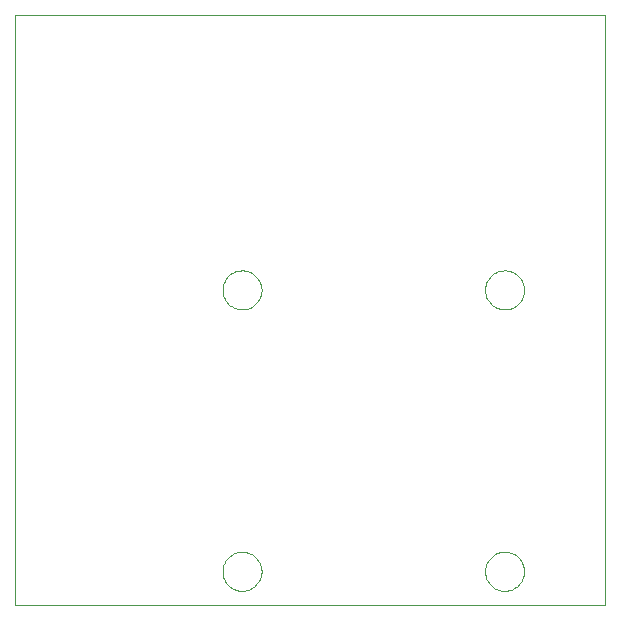
<source format=gbo>
G75*
G70*
%OFA0B0*%
%FSLAX24Y24*%
%IPPOS*%
%LPD*%
%AMOC8*
5,1,8,0,0,1.08239X$1,22.5*
%
%ADD10C,0.0000*%
D10*
X000121Y000504D02*
X000121Y020189D01*
X019806Y020189D01*
X019806Y000504D01*
X000121Y000504D01*
X007046Y001634D02*
X007048Y001684D01*
X007054Y001734D01*
X007064Y001784D01*
X007077Y001832D01*
X007094Y001880D01*
X007115Y001926D01*
X007139Y001970D01*
X007167Y002012D01*
X007198Y002052D01*
X007232Y002089D01*
X007269Y002124D01*
X007308Y002155D01*
X007349Y002184D01*
X007393Y002209D01*
X007439Y002231D01*
X007486Y002249D01*
X007534Y002263D01*
X007583Y002274D01*
X007633Y002281D01*
X007683Y002284D01*
X007734Y002283D01*
X007784Y002278D01*
X007834Y002269D01*
X007882Y002257D01*
X007930Y002240D01*
X007976Y002220D01*
X008021Y002197D01*
X008064Y002170D01*
X008104Y002140D01*
X008142Y002107D01*
X008177Y002071D01*
X008210Y002032D01*
X008239Y001991D01*
X008265Y001948D01*
X008288Y001903D01*
X008307Y001856D01*
X008322Y001808D01*
X008334Y001759D01*
X008342Y001709D01*
X008346Y001659D01*
X008346Y001609D01*
X008342Y001559D01*
X008334Y001509D01*
X008322Y001460D01*
X008307Y001412D01*
X008288Y001365D01*
X008265Y001320D01*
X008239Y001277D01*
X008210Y001236D01*
X008177Y001197D01*
X008142Y001161D01*
X008104Y001128D01*
X008064Y001098D01*
X008021Y001071D01*
X007976Y001048D01*
X007930Y001028D01*
X007882Y001011D01*
X007834Y000999D01*
X007784Y000990D01*
X007734Y000985D01*
X007683Y000984D01*
X007633Y000987D01*
X007583Y000994D01*
X007534Y001005D01*
X007486Y001019D01*
X007439Y001037D01*
X007393Y001059D01*
X007349Y001084D01*
X007308Y001113D01*
X007269Y001144D01*
X007232Y001179D01*
X007198Y001216D01*
X007167Y001256D01*
X007139Y001298D01*
X007115Y001342D01*
X007094Y001388D01*
X007077Y001436D01*
X007064Y001484D01*
X007054Y001534D01*
X007048Y001584D01*
X007046Y001634D01*
X015796Y001634D02*
X015798Y001684D01*
X015804Y001734D01*
X015814Y001784D01*
X015827Y001832D01*
X015844Y001880D01*
X015865Y001926D01*
X015889Y001970D01*
X015917Y002012D01*
X015948Y002052D01*
X015982Y002089D01*
X016019Y002124D01*
X016058Y002155D01*
X016099Y002184D01*
X016143Y002209D01*
X016189Y002231D01*
X016236Y002249D01*
X016284Y002263D01*
X016333Y002274D01*
X016383Y002281D01*
X016433Y002284D01*
X016484Y002283D01*
X016534Y002278D01*
X016584Y002269D01*
X016632Y002257D01*
X016680Y002240D01*
X016726Y002220D01*
X016771Y002197D01*
X016814Y002170D01*
X016854Y002140D01*
X016892Y002107D01*
X016927Y002071D01*
X016960Y002032D01*
X016989Y001991D01*
X017015Y001948D01*
X017038Y001903D01*
X017057Y001856D01*
X017072Y001808D01*
X017084Y001759D01*
X017092Y001709D01*
X017096Y001659D01*
X017096Y001609D01*
X017092Y001559D01*
X017084Y001509D01*
X017072Y001460D01*
X017057Y001412D01*
X017038Y001365D01*
X017015Y001320D01*
X016989Y001277D01*
X016960Y001236D01*
X016927Y001197D01*
X016892Y001161D01*
X016854Y001128D01*
X016814Y001098D01*
X016771Y001071D01*
X016726Y001048D01*
X016680Y001028D01*
X016632Y001011D01*
X016584Y000999D01*
X016534Y000990D01*
X016484Y000985D01*
X016433Y000984D01*
X016383Y000987D01*
X016333Y000994D01*
X016284Y001005D01*
X016236Y001019D01*
X016189Y001037D01*
X016143Y001059D01*
X016099Y001084D01*
X016058Y001113D01*
X016019Y001144D01*
X015982Y001179D01*
X015948Y001216D01*
X015917Y001256D01*
X015889Y001298D01*
X015865Y001342D01*
X015844Y001388D01*
X015827Y001436D01*
X015814Y001484D01*
X015804Y001534D01*
X015798Y001584D01*
X015796Y001634D01*
X015796Y011014D02*
X015798Y011064D01*
X015804Y011114D01*
X015814Y011164D01*
X015827Y011212D01*
X015844Y011260D01*
X015865Y011306D01*
X015889Y011350D01*
X015917Y011392D01*
X015948Y011432D01*
X015982Y011469D01*
X016019Y011504D01*
X016058Y011535D01*
X016099Y011564D01*
X016143Y011589D01*
X016189Y011611D01*
X016236Y011629D01*
X016284Y011643D01*
X016333Y011654D01*
X016383Y011661D01*
X016433Y011664D01*
X016484Y011663D01*
X016534Y011658D01*
X016584Y011649D01*
X016632Y011637D01*
X016680Y011620D01*
X016726Y011600D01*
X016771Y011577D01*
X016814Y011550D01*
X016854Y011520D01*
X016892Y011487D01*
X016927Y011451D01*
X016960Y011412D01*
X016989Y011371D01*
X017015Y011328D01*
X017038Y011283D01*
X017057Y011236D01*
X017072Y011188D01*
X017084Y011139D01*
X017092Y011089D01*
X017096Y011039D01*
X017096Y010989D01*
X017092Y010939D01*
X017084Y010889D01*
X017072Y010840D01*
X017057Y010792D01*
X017038Y010745D01*
X017015Y010700D01*
X016989Y010657D01*
X016960Y010616D01*
X016927Y010577D01*
X016892Y010541D01*
X016854Y010508D01*
X016814Y010478D01*
X016771Y010451D01*
X016726Y010428D01*
X016680Y010408D01*
X016632Y010391D01*
X016584Y010379D01*
X016534Y010370D01*
X016484Y010365D01*
X016433Y010364D01*
X016383Y010367D01*
X016333Y010374D01*
X016284Y010385D01*
X016236Y010399D01*
X016189Y010417D01*
X016143Y010439D01*
X016099Y010464D01*
X016058Y010493D01*
X016019Y010524D01*
X015982Y010559D01*
X015948Y010596D01*
X015917Y010636D01*
X015889Y010678D01*
X015865Y010722D01*
X015844Y010768D01*
X015827Y010816D01*
X015814Y010864D01*
X015804Y010914D01*
X015798Y010964D01*
X015796Y011014D01*
X007046Y011014D02*
X007048Y011064D01*
X007054Y011114D01*
X007064Y011164D01*
X007077Y011212D01*
X007094Y011260D01*
X007115Y011306D01*
X007139Y011350D01*
X007167Y011392D01*
X007198Y011432D01*
X007232Y011469D01*
X007269Y011504D01*
X007308Y011535D01*
X007349Y011564D01*
X007393Y011589D01*
X007439Y011611D01*
X007486Y011629D01*
X007534Y011643D01*
X007583Y011654D01*
X007633Y011661D01*
X007683Y011664D01*
X007734Y011663D01*
X007784Y011658D01*
X007834Y011649D01*
X007882Y011637D01*
X007930Y011620D01*
X007976Y011600D01*
X008021Y011577D01*
X008064Y011550D01*
X008104Y011520D01*
X008142Y011487D01*
X008177Y011451D01*
X008210Y011412D01*
X008239Y011371D01*
X008265Y011328D01*
X008288Y011283D01*
X008307Y011236D01*
X008322Y011188D01*
X008334Y011139D01*
X008342Y011089D01*
X008346Y011039D01*
X008346Y010989D01*
X008342Y010939D01*
X008334Y010889D01*
X008322Y010840D01*
X008307Y010792D01*
X008288Y010745D01*
X008265Y010700D01*
X008239Y010657D01*
X008210Y010616D01*
X008177Y010577D01*
X008142Y010541D01*
X008104Y010508D01*
X008064Y010478D01*
X008021Y010451D01*
X007976Y010428D01*
X007930Y010408D01*
X007882Y010391D01*
X007834Y010379D01*
X007784Y010370D01*
X007734Y010365D01*
X007683Y010364D01*
X007633Y010367D01*
X007583Y010374D01*
X007534Y010385D01*
X007486Y010399D01*
X007439Y010417D01*
X007393Y010439D01*
X007349Y010464D01*
X007308Y010493D01*
X007269Y010524D01*
X007232Y010559D01*
X007198Y010596D01*
X007167Y010636D01*
X007139Y010678D01*
X007115Y010722D01*
X007094Y010768D01*
X007077Y010816D01*
X007064Y010864D01*
X007054Y010914D01*
X007048Y010964D01*
X007046Y011014D01*
M02*

</source>
